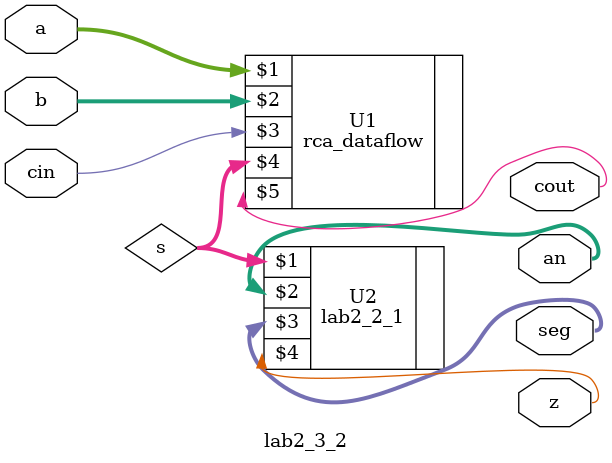
<source format=v>
`timescale 1ns / 1ps


module lab2_3_2(
    input [3:0]a,
    input [3:0]b,
    input cin,
    output cout,
    output [7:0]an,
    output [6:0]seg,
    output z
    );
    wire [3:0]s;
    rca_dataflow U1 (a,b,cin,s,cout);
    lab2_2_1 U2 (s,an,seg,z);
endmodule

</source>
